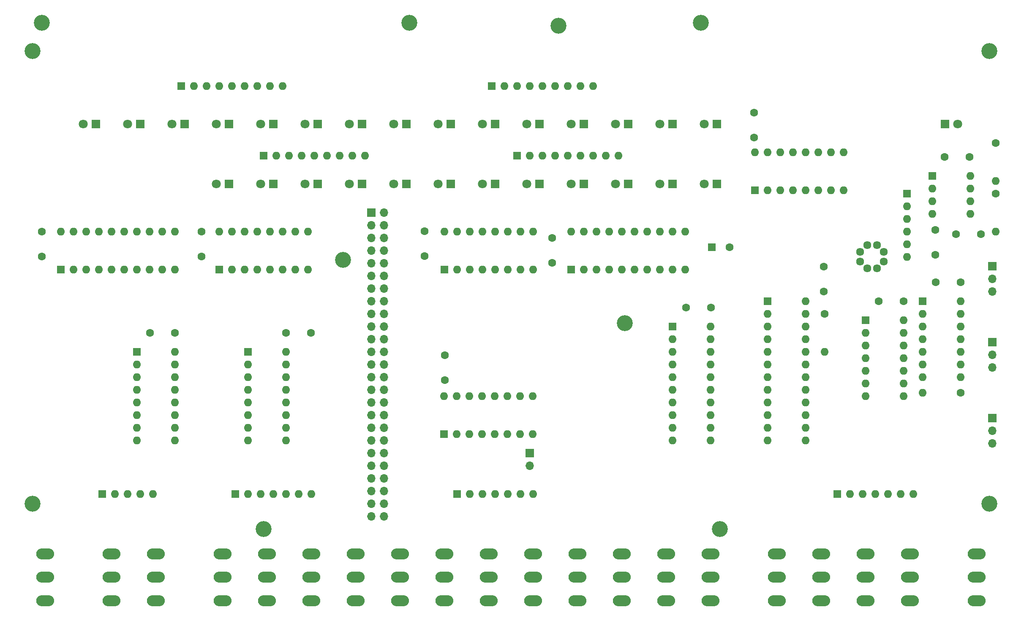
<source format=gbr>
%TF.GenerationSoftware,KiCad,Pcbnew,7.0.9*%
%TF.CreationDate,2023-12-04T17:05:14-06:00*%
%TF.ProjectId,sbc6120-rbc-front-panel,73626336-3132-4302-9d72-62632d66726f,1.0*%
%TF.SameCoordinates,Original*%
%TF.FileFunction,Soldermask,Top*%
%TF.FilePolarity,Negative*%
%FSLAX46Y46*%
G04 Gerber Fmt 4.6, Leading zero omitted, Abs format (unit mm)*
G04 Created by KiCad (PCBNEW 7.0.9) date 2023-12-04 17:05:14*
%MOMM*%
%LPD*%
G01*
G04 APERTURE LIST*
%ADD10R,1.600000X1.600000*%
%ADD11O,1.600000X1.600000*%
%ADD12C,3.200000*%
%ADD13R,1.800000X1.800000*%
%ADD14C,1.800000*%
%ADD15O,3.600000X2.200000*%
%ADD16C,1.600000*%
%ADD17R,1.700000X1.700000*%
%ADD18O,1.700000X1.700000*%
%ADD19C,1.612000*%
G04 APERTURE END LIST*
D10*
%TO.C,U9*%
X74930000Y-93980000D03*
D11*
X74930000Y-96520000D03*
X74930000Y-99060000D03*
X74930000Y-101600000D03*
X74930000Y-104140000D03*
X74930000Y-106680000D03*
X74930000Y-109220000D03*
X74930000Y-111760000D03*
X82550000Y-111760000D03*
X82550000Y-109220000D03*
X82550000Y-106680000D03*
X82550000Y-104140000D03*
X82550000Y-101600000D03*
X82550000Y-99060000D03*
X82550000Y-96520000D03*
X82550000Y-93980000D03*
%TD*%
D12*
%TO.C,H12*%
X159385000Y-28575000D03*
%TD*%
D13*
%TO.C,D16*%
X93345000Y-60325000D03*
D14*
X90805000Y-60325000D03*
%TD*%
D13*
%TO.C,D7*%
X120015000Y-48260000D03*
D14*
X117475000Y-48260000D03*
%TD*%
D15*
%TO.C,SW10*%
X172085000Y-143955000D03*
X172085000Y-139255000D03*
X172085000Y-134555000D03*
%TD*%
D13*
%TO.C,D14*%
X182245000Y-48260000D03*
D14*
X179705000Y-48260000D03*
%TD*%
D16*
%TO.C,C4*%
X55880000Y-69890000D03*
X55880000Y-74890000D03*
%TD*%
D12*
%TO.C,H9*%
X53975000Y-124460000D03*
%TD*%
D13*
%TO.C,D4*%
X93345000Y-48260000D03*
D14*
X90805000Y-48260000D03*
%TD*%
D10*
%TO.C,RN8*%
X215265000Y-122555000D03*
D11*
X217805000Y-122555000D03*
X220345000Y-122555000D03*
X222885000Y-122555000D03*
X225425000Y-122555000D03*
X227965000Y-122555000D03*
X230505000Y-122555000D03*
%TD*%
D16*
%TO.C,C3*%
X87884000Y-69890000D03*
X87884000Y-74890000D03*
%TD*%
%TO.C,C2*%
X132588000Y-69810000D03*
X132588000Y-74810000D03*
%TD*%
D10*
%TO.C,U3*%
X91440000Y-77470000D03*
D11*
X93980000Y-77470000D03*
X96520000Y-77470000D03*
X99060000Y-77470000D03*
X101600000Y-77470000D03*
X104140000Y-77470000D03*
X106680000Y-77470000D03*
X109220000Y-77470000D03*
X109220000Y-69850000D03*
X106680000Y-69850000D03*
X104140000Y-69850000D03*
X101600000Y-69850000D03*
X99060000Y-69850000D03*
X96520000Y-69850000D03*
X93980000Y-69850000D03*
X91440000Y-69850000D03*
%TD*%
D16*
%TO.C,C10*%
X228560000Y-83820000D03*
X223560000Y-83820000D03*
%TD*%
D15*
%TO.C,SW17*%
X212090000Y-134555000D03*
X212090000Y-139255000D03*
X212090000Y-143955000D03*
%TD*%
D13*
%TO.C,D23*%
X155575000Y-60325000D03*
D14*
X153035000Y-60325000D03*
%TD*%
D10*
%TO.C,RN4*%
X151130000Y-54610000D03*
D11*
X153670000Y-54610000D03*
X156210000Y-54610000D03*
X158750000Y-54610000D03*
X161290000Y-54610000D03*
X163830000Y-54610000D03*
X166370000Y-54610000D03*
X168910000Y-54610000D03*
X171450000Y-54610000D03*
%TD*%
D10*
%TO.C,U12*%
X220980000Y-87630000D03*
D11*
X220980000Y-90170000D03*
X220980000Y-92710000D03*
X220980000Y-95250000D03*
X220980000Y-97790000D03*
X220980000Y-100330000D03*
X220980000Y-102870000D03*
X228600000Y-102870000D03*
X228600000Y-100330000D03*
X228600000Y-97790000D03*
X228600000Y-95250000D03*
X228600000Y-92710000D03*
X228600000Y-90170000D03*
X228600000Y-87630000D03*
%TD*%
D15*
%TO.C,SW2*%
X100965000Y-143955000D03*
X100965000Y-139255000D03*
X100965000Y-134555000D03*
%TD*%
%TO.C,SW12*%
X189865000Y-143955000D03*
X189865000Y-139255000D03*
X189865000Y-134555000D03*
%TD*%
%TO.C,SW11*%
X180975000Y-143955000D03*
X180975000Y-139255000D03*
X180975000Y-134555000D03*
%TD*%
D10*
%TO.C,U11*%
X232410000Y-83820000D03*
D11*
X232410000Y-86360000D03*
X232410000Y-88900000D03*
X232410000Y-91440000D03*
X232410000Y-93980000D03*
X232410000Y-96520000D03*
X232410000Y-99060000D03*
X240030000Y-99060000D03*
X240030000Y-96520000D03*
X240030000Y-93980000D03*
X240030000Y-91440000D03*
X240030000Y-88900000D03*
X240030000Y-86360000D03*
X240030000Y-83820000D03*
%TD*%
D10*
%TO.C,U10*%
X198755000Y-61595000D03*
D11*
X201295000Y-61595000D03*
X203835000Y-61595000D03*
X206375000Y-61595000D03*
X208915000Y-61595000D03*
X211455000Y-61595000D03*
X213995000Y-61595000D03*
X216535000Y-61595000D03*
X216535000Y-53975000D03*
X213995000Y-53975000D03*
X211455000Y-53975000D03*
X208915000Y-53975000D03*
X206375000Y-53975000D03*
X203835000Y-53975000D03*
X201295000Y-53975000D03*
X198755000Y-53975000D03*
%TD*%
D15*
%TO.C,SW5*%
X127635000Y-143955000D03*
X127635000Y-139255000D03*
X127635000Y-134555000D03*
%TD*%
D12*
%TO.C,H5*%
X191770000Y-129540000D03*
%TD*%
D13*
%TO.C,D10*%
X146685000Y-48260000D03*
D14*
X144145000Y-48260000D03*
%TD*%
D10*
%TO.C,RN2*%
X146050000Y-40640000D03*
D11*
X148590000Y-40640000D03*
X151130000Y-40640000D03*
X153670000Y-40640000D03*
X156210000Y-40640000D03*
X158750000Y-40640000D03*
X161290000Y-40640000D03*
X163830000Y-40640000D03*
X166370000Y-40640000D03*
%TD*%
D15*
%TO.C,SW20*%
X229870000Y-143955000D03*
X229870000Y-139255000D03*
X229870000Y-134555000D03*
%TD*%
D12*
%TO.C,H10*%
X172720000Y-88265000D03*
%TD*%
D13*
%TO.C,D18*%
X111125000Y-60325000D03*
D14*
X108585000Y-60325000D03*
%TD*%
D13*
%TO.C,D5*%
X102235000Y-48260000D03*
D14*
X99695000Y-48260000D03*
%TD*%
D13*
%TO.C,D21*%
X137795000Y-60325000D03*
D14*
X135255000Y-60325000D03*
%TD*%
D13*
%TO.C,D22*%
X146685000Y-60325000D03*
D14*
X144145000Y-60325000D03*
%TD*%
D13*
%TO.C,D9*%
X137795000Y-48260000D03*
D14*
X135255000Y-48260000D03*
%TD*%
D15*
%TO.C,SW6*%
X136525000Y-143955000D03*
X136525000Y-139255000D03*
X136525000Y-134555000D03*
%TD*%
D16*
%TO.C,C5*%
X158115000Y-71120000D03*
X158115000Y-76120000D03*
%TD*%
D10*
%TO.C,C16*%
X190175000Y-73025000D03*
D16*
X193675000Y-73025000D03*
%TD*%
D15*
%TO.C,SW8*%
X154305000Y-143955000D03*
X154305000Y-139255000D03*
X154305000Y-134555000D03*
%TD*%
D10*
%TO.C,U4*%
X136525000Y-77470000D03*
D11*
X139065000Y-77470000D03*
X141605000Y-77470000D03*
X144145000Y-77470000D03*
X146685000Y-77470000D03*
X149225000Y-77470000D03*
X151765000Y-77470000D03*
X154305000Y-77470000D03*
X154305000Y-69850000D03*
X151765000Y-69850000D03*
X149225000Y-69850000D03*
X146685000Y-69850000D03*
X144145000Y-69850000D03*
X141605000Y-69850000D03*
X139065000Y-69850000D03*
X136525000Y-69850000D03*
%TD*%
D12*
%TO.C,H6*%
X245745000Y-33655000D03*
%TD*%
D16*
%TO.C,C7*%
X198628000Y-51014000D03*
X198628000Y-46014000D03*
%TD*%
D13*
%TO.C,D6*%
X111125000Y-48260000D03*
D14*
X108585000Y-48260000D03*
%TD*%
D10*
%TO.C,U2*%
X161925000Y-77470000D03*
D11*
X164465000Y-77470000D03*
X167005000Y-77470000D03*
X169545000Y-77470000D03*
X172085000Y-77470000D03*
X174625000Y-77470000D03*
X177165000Y-77470000D03*
X179705000Y-77470000D03*
X182245000Y-77470000D03*
X184785000Y-77470000D03*
X184785000Y-69850000D03*
X182245000Y-69850000D03*
X179705000Y-69850000D03*
X177165000Y-69850000D03*
X174625000Y-69850000D03*
X172085000Y-69850000D03*
X169545000Y-69850000D03*
X167005000Y-69850000D03*
X164465000Y-69850000D03*
X161925000Y-69850000D03*
%TD*%
D15*
%TO.C,SW13*%
X56515000Y-134555000D03*
X56515000Y-139255000D03*
X56515000Y-143955000D03*
%TD*%
D16*
%TO.C,R2*%
X247015000Y-62230000D03*
D11*
X247015000Y-69850000D03*
%TD*%
D13*
%TO.C,D8*%
X128905000Y-48260000D03*
D14*
X126365000Y-48260000D03*
%TD*%
D12*
%TO.C,H4*%
X100330000Y-129540000D03*
%TD*%
D15*
%TO.C,SW9*%
X163195000Y-143955000D03*
X163195000Y-139255000D03*
X163195000Y-134555000D03*
%TD*%
D16*
%TO.C,C13*%
X136652000Y-99695000D03*
X136652000Y-94695000D03*
%TD*%
D10*
%TO.C,U6*%
X136515000Y-110490000D03*
D11*
X139055000Y-110490000D03*
X141595000Y-110490000D03*
X144135000Y-110490000D03*
X146675000Y-110490000D03*
X149215000Y-110490000D03*
X151755000Y-110490000D03*
X154295000Y-110490000D03*
X154295000Y-102870000D03*
X151755000Y-102870000D03*
X149215000Y-102870000D03*
X146675000Y-102870000D03*
X144135000Y-102870000D03*
X141595000Y-102870000D03*
X139055000Y-102870000D03*
X136515000Y-102870000D03*
%TD*%
D12*
%TO.C,H7*%
X245745000Y-124460000D03*
%TD*%
D13*
%TO.C,D2*%
X75565000Y-48260000D03*
D14*
X73025000Y-48260000D03*
%TD*%
D17*
%TO.C,SW23*%
X246380000Y-76835000D03*
D18*
X246380000Y-79375000D03*
X246380000Y-81915000D03*
%TD*%
D13*
%TO.C,D17*%
X102235000Y-60325000D03*
D14*
X99695000Y-60325000D03*
%TD*%
D12*
%TO.C,H8*%
X53975000Y-33655000D03*
%TD*%
D10*
%TO.C,U8*%
X234315000Y-58674000D03*
D11*
X234315000Y-61214000D03*
X234315000Y-63754000D03*
X234315000Y-66294000D03*
X241935000Y-66294000D03*
X241935000Y-63754000D03*
X241935000Y-61214000D03*
X241935000Y-58674000D03*
%TD*%
D16*
%TO.C,C1*%
X234950000Y-69509000D03*
X234950000Y-74509000D03*
%TD*%
D10*
%TO.C,RN7*%
X67945000Y-122555000D03*
D11*
X70485000Y-122555000D03*
X73025000Y-122555000D03*
X75565000Y-122555000D03*
X78105000Y-122555000D03*
%TD*%
D10*
%TO.C,RN9*%
X229235000Y-62230000D03*
D11*
X229235000Y-64770000D03*
X229235000Y-67310000D03*
X229235000Y-69850000D03*
X229235000Y-72390000D03*
X229235000Y-74930000D03*
%TD*%
D19*
%TO.C,SW21*%
X224596654Y-73957984D03*
X224596587Y-75901988D03*
X223221988Y-72583413D03*
X221278012Y-77276587D03*
X219903346Y-75902016D03*
X219903413Y-73958012D03*
X221277984Y-72583346D03*
X223222016Y-77276654D03*
%TD*%
D16*
%TO.C,C15*%
X82510000Y-90170000D03*
X77510000Y-90170000D03*
%TD*%
D15*
%TO.C,SW1*%
X92075000Y-143955000D03*
X92075000Y-139255000D03*
X92075000Y-134555000D03*
%TD*%
%TO.C,SW18*%
X220980000Y-134555000D03*
X220980000Y-139255000D03*
X220980000Y-143955000D03*
%TD*%
D16*
%TO.C,C9*%
X240030000Y-80010000D03*
X235030000Y-80010000D03*
%TD*%
D13*
%TO.C,D19*%
X120015000Y-60325000D03*
D14*
X117475000Y-60325000D03*
%TD*%
D13*
%TO.C,D1*%
X66675000Y-48260000D03*
D14*
X64135000Y-48260000D03*
%TD*%
D15*
%TO.C,SW3*%
X109855000Y-143955000D03*
X109855000Y-139255000D03*
X109855000Y-134555000D03*
%TD*%
D13*
%TO.C,D20*%
X128905000Y-60325000D03*
D14*
X126365000Y-60325000D03*
%TD*%
D13*
%TO.C,D25*%
X173355000Y-60325000D03*
D14*
X170815000Y-60325000D03*
%TD*%
D16*
%TO.C,R4*%
X212725000Y-86360000D03*
D11*
X212725000Y-93980000D03*
%TD*%
D10*
%TO.C,RN6*%
X139065000Y-122555000D03*
D11*
X141605000Y-122555000D03*
X144145000Y-122555000D03*
X146685000Y-122555000D03*
X149225000Y-122555000D03*
X151765000Y-122555000D03*
X154305000Y-122555000D03*
%TD*%
D10*
%TO.C,U1*%
X59690000Y-77470000D03*
D11*
X62230000Y-77470000D03*
X64770000Y-77470000D03*
X67310000Y-77470000D03*
X69850000Y-77470000D03*
X72390000Y-77470000D03*
X74930000Y-77470000D03*
X77470000Y-77470000D03*
X80010000Y-77470000D03*
X82550000Y-77470000D03*
X82550000Y-69850000D03*
X80010000Y-69850000D03*
X77470000Y-69850000D03*
X74930000Y-69850000D03*
X72390000Y-69850000D03*
X69850000Y-69850000D03*
X67310000Y-69850000D03*
X64770000Y-69850000D03*
X62230000Y-69850000D03*
X59690000Y-69850000D03*
%TD*%
D16*
%TO.C,C14*%
X104775000Y-90170000D03*
X109775000Y-90170000D03*
%TD*%
D13*
%TO.C,D15*%
X191135000Y-48260000D03*
D14*
X188595000Y-48260000D03*
%TD*%
D10*
%TO.C,U13*%
X182245000Y-88900000D03*
D11*
X182245000Y-91440000D03*
X182245000Y-93980000D03*
X182245000Y-96520000D03*
X182245000Y-99060000D03*
X182245000Y-101600000D03*
X182245000Y-104140000D03*
X182245000Y-106680000D03*
X182245000Y-109220000D03*
X182245000Y-111760000D03*
X189865000Y-111760000D03*
X189865000Y-109220000D03*
X189865000Y-106680000D03*
X189865000Y-104140000D03*
X189865000Y-101600000D03*
X189865000Y-99060000D03*
X189865000Y-96520000D03*
X189865000Y-93980000D03*
X189865000Y-91440000D03*
X189865000Y-88900000D03*
%TD*%
D15*
%TO.C,SW4*%
X118745000Y-143955000D03*
X118745000Y-139255000D03*
X118745000Y-134555000D03*
%TD*%
D16*
%TO.C,C11*%
X212598000Y-81915000D03*
X212598000Y-76915000D03*
%TD*%
D15*
%TO.C,SW19*%
X243205000Y-143955000D03*
X243205000Y-139255000D03*
X243205000Y-134555000D03*
%TD*%
D16*
%TO.C,C12*%
X189952000Y-85090000D03*
X184952000Y-85090000D03*
%TD*%
%TO.C,C6*%
X244054000Y-70358000D03*
X239054000Y-70358000D03*
%TD*%
D17*
%TO.C,SW22*%
X246380000Y-92075000D03*
D18*
X246380000Y-94615000D03*
X246380000Y-97155000D03*
%TD*%
D12*
%TO.C,H1*%
X55880000Y-27940000D03*
%TD*%
D13*
%TO.C,D13*%
X173355000Y-48260000D03*
D14*
X170815000Y-48260000D03*
%TD*%
D15*
%TO.C,SW15*%
X78740000Y-134555000D03*
X78740000Y-139255000D03*
X78740000Y-143955000D03*
%TD*%
D12*
%TO.C,H11*%
X116205000Y-75565000D03*
%TD*%
D13*
%TO.C,D12*%
X164465000Y-48260000D03*
D14*
X161925000Y-48260000D03*
%TD*%
D10*
%TO.C,RN5*%
X94615000Y-122555000D03*
D11*
X97155000Y-122555000D03*
X99695000Y-122555000D03*
X102235000Y-122555000D03*
X104775000Y-122555000D03*
X107315000Y-122555000D03*
X109855000Y-122555000D03*
%TD*%
D17*
%TO.C,SW24*%
X246380000Y-107315000D03*
D18*
X246380000Y-109855000D03*
X246380000Y-112395000D03*
%TD*%
D10*
%TO.C,RN1*%
X83820000Y-40640000D03*
D11*
X86360000Y-40640000D03*
X88900000Y-40640000D03*
X91440000Y-40640000D03*
X93980000Y-40640000D03*
X96520000Y-40640000D03*
X99060000Y-40640000D03*
X101600000Y-40640000D03*
X104140000Y-40640000D03*
%TD*%
D12*
%TO.C,H3*%
X187960000Y-27940000D03*
%TD*%
D13*
%TO.C,D24*%
X164465000Y-60325000D03*
D14*
X161925000Y-60325000D03*
%TD*%
D13*
%TO.C,D28*%
X236855000Y-48260000D03*
D14*
X239395000Y-48260000D03*
%TD*%
D13*
%TO.C,D26*%
X182245000Y-60325000D03*
D14*
X179705000Y-60325000D03*
%TD*%
D16*
%TO.C,C8*%
X241768000Y-54864000D03*
X236768000Y-54864000D03*
%TD*%
%TO.C,R1*%
X247015000Y-52070000D03*
D11*
X247015000Y-59690000D03*
%TD*%
D10*
%TO.C,U5*%
X97155000Y-93970000D03*
D11*
X97155000Y-96510000D03*
X97155000Y-99050000D03*
X97155000Y-101590000D03*
X97155000Y-104130000D03*
X97155000Y-106670000D03*
X97155000Y-109210000D03*
X97155000Y-111750000D03*
X104775000Y-111750000D03*
X104775000Y-109210000D03*
X104775000Y-106670000D03*
X104775000Y-104130000D03*
X104775000Y-101590000D03*
X104775000Y-99050000D03*
X104775000Y-96510000D03*
X104775000Y-93970000D03*
%TD*%
D15*
%TO.C,SW14*%
X69850000Y-134555000D03*
X69850000Y-139255000D03*
X69850000Y-143955000D03*
%TD*%
D17*
%TO.C,J1*%
X121915000Y-66035000D03*
D18*
X124455000Y-66035000D03*
X121915000Y-68575000D03*
X124455000Y-68575000D03*
X121915000Y-71115000D03*
X124455000Y-71115000D03*
X121915000Y-73655000D03*
X124455000Y-73655000D03*
X121915000Y-76195000D03*
X124455000Y-76195000D03*
X121915000Y-78735000D03*
X124455000Y-78735000D03*
X121915000Y-81275000D03*
X124455000Y-81275000D03*
X121915000Y-83815000D03*
X124455000Y-83815000D03*
X121915000Y-86355000D03*
X124455000Y-86355000D03*
X121915000Y-88895000D03*
X124455000Y-88895000D03*
X121915000Y-91435000D03*
X124455000Y-91435000D03*
X121915000Y-93975000D03*
X124455000Y-93975000D03*
X121915000Y-96515000D03*
X124455000Y-96515000D03*
X121915000Y-99055000D03*
X124455000Y-99055000D03*
X121915000Y-101595000D03*
X124455000Y-101595000D03*
X121915000Y-104135000D03*
X124455000Y-104135000D03*
X121915000Y-106675000D03*
X124455000Y-106675000D03*
X121915000Y-109215000D03*
X124455000Y-109215000D03*
X121915000Y-111755000D03*
X124455000Y-111755000D03*
X121915000Y-114295000D03*
X124455000Y-114295000D03*
X121915000Y-116835000D03*
X124455000Y-116835000D03*
X121915000Y-119375000D03*
X124455000Y-119375000D03*
X121915000Y-121915000D03*
X124455000Y-121915000D03*
X121915000Y-124455000D03*
X124455000Y-124455000D03*
X121915000Y-126995000D03*
X124455000Y-126995000D03*
%TD*%
D10*
%TO.C,RN3*%
X100330000Y-54610000D03*
D11*
X102870000Y-54610000D03*
X105410000Y-54610000D03*
X107950000Y-54610000D03*
X110490000Y-54610000D03*
X113030000Y-54610000D03*
X115570000Y-54610000D03*
X118110000Y-54610000D03*
X120650000Y-54610000D03*
%TD*%
D13*
%TO.C,D11*%
X155575000Y-48260000D03*
D14*
X153035000Y-48260000D03*
%TD*%
D12*
%TO.C,H2*%
X129540000Y-27940000D03*
%TD*%
D15*
%TO.C,SW16*%
X203200000Y-134555000D03*
X203200000Y-139255000D03*
X203200000Y-143955000D03*
%TD*%
D16*
%TO.C,R3*%
X240030000Y-102235000D03*
D11*
X232410000Y-102235000D03*
%TD*%
D10*
%TO.C,U7*%
X201295000Y-83820000D03*
D11*
X201295000Y-86360000D03*
X201295000Y-88900000D03*
X201295000Y-91440000D03*
X201295000Y-93980000D03*
X201295000Y-96520000D03*
X201295000Y-99060000D03*
X201295000Y-101600000D03*
X201295000Y-104140000D03*
X201295000Y-106680000D03*
X201295000Y-109220000D03*
X201295000Y-111760000D03*
X208915000Y-111760000D03*
X208915000Y-109220000D03*
X208915000Y-106680000D03*
X208915000Y-104140000D03*
X208915000Y-101600000D03*
X208915000Y-99060000D03*
X208915000Y-96520000D03*
X208915000Y-93980000D03*
X208915000Y-91440000D03*
X208915000Y-88900000D03*
X208915000Y-86360000D03*
X208915000Y-83820000D03*
%TD*%
D13*
%TO.C,D3*%
X84460000Y-48260000D03*
D14*
X81920000Y-48260000D03*
%TD*%
D13*
%TO.C,D27*%
X191135000Y-60325000D03*
D14*
X188595000Y-60325000D03*
%TD*%
D15*
%TO.C,SW7*%
X145415000Y-143955000D03*
X145415000Y-139255000D03*
X145415000Y-134555000D03*
%TD*%
D17*
%TO.C,J2*%
X153670000Y-114295000D03*
D18*
X153670000Y-116835000D03*
%TD*%
M02*

</source>
